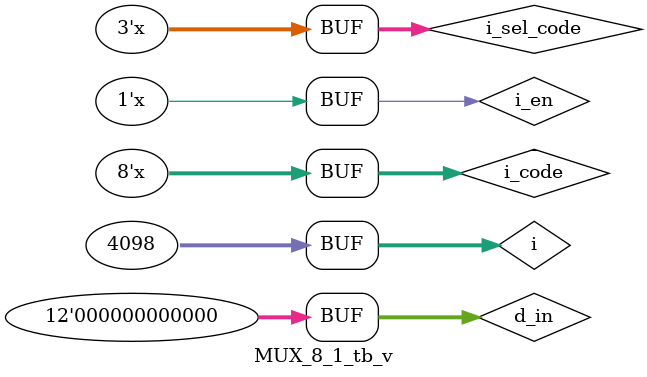
<source format=v>

`timescale 1ms/1ms


module MUX_8_1_tb_v;
  
  reg        i_en;
  reg  [7:0] i_code;
  reg  [2:0] i_sel_code;
  wire       o_f;
  
  
  reg [11:0] d_in = 1'b0;
  integer i;
  
  // duv port map options:
  // MUX_8_1_v__behavior duv (.i_en(i_en), .i_code(i_code), .i_sel_code(i_sel_code), .o_f(o_f));
  MUX_8_1_v__cmpnt duv (.i_en(i_en), .i_code(i_code), .i_sel_code(i_sel_code), .o_f(o_f));
  
  //procedure statement
  initial begin
      
      for (i = 0 ; i < 4098 ; i = i + 1) begin
        #1000 i_code[0 ] = d_in[0 ];
              i_code[1 ] = d_in[1 ];
              i_code[2 ] = d_in[2 ];
              i_code[3 ] = d_in[3 ];
              i_code[4 ] = d_in[4 ];
              i_code[5 ] = d_in[5 ];
              i_code[6 ] = d_in[6 ];
              i_code[7 ] = d_in[7 ];
              i_sel_code[1 ] = d_in[8 ];
              i_sel_code[0 ] = d_in[9 ];
              i_sel_code[2 ] = d_in[10];
              i_en           = d_in[11];


        // i_sel_code[0] = d_in[1]; o_code = d_in[2]; i_d = d_in[3]; o_codes = d_in[4]; i_n_cs_0 = d_in[5]; ;
        d_in = d_in + 1;
      end
          
    end

endmodule












</source>
